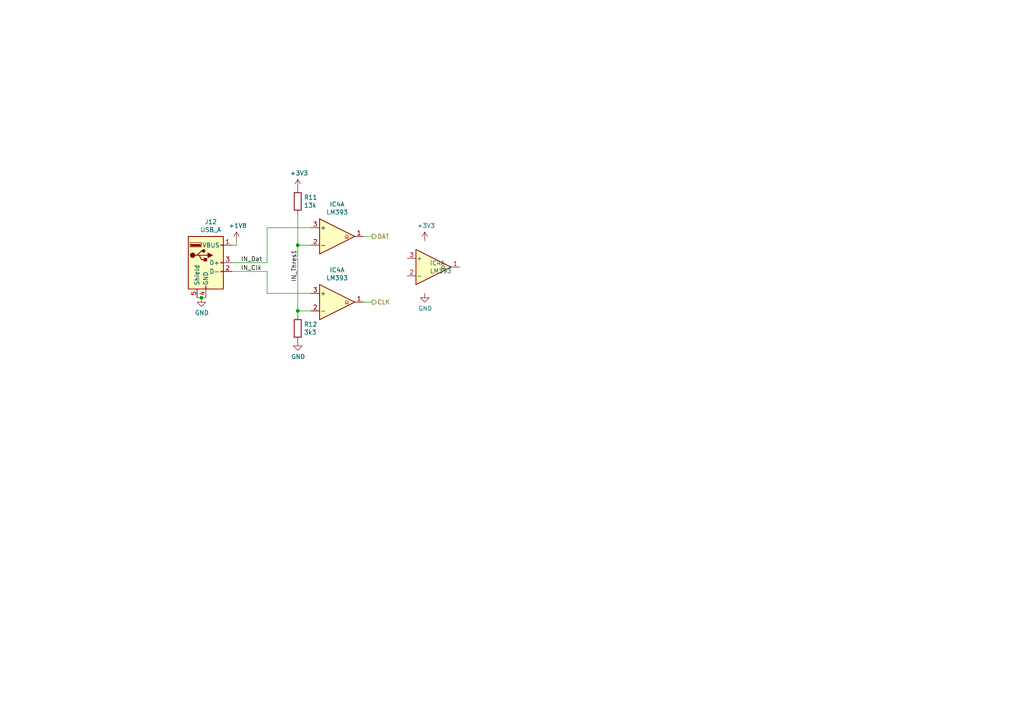
<source format=kicad_sch>
(kicad_sch (version 20211123) (generator eeschema)
  (paper "A4")
  (lib_symbols
    (symbol "Comparator:LM393" (pin_names (offset 0.127))
      (property "Reference" "U" (at 3.81 3.81 0))
      (property "Value" "LM393" (at 6.35 -3.81 0))
      (symbol "LM393_1_1"
        (polyline (pts (xy -5.08 5.08) (xy 5.08 0) (xy -5.08 -5.08) (xy -5.08 5.08)) (stroke (width 0.254)) (fill (type background)))
        (polyline (pts (xy 3.302 -0.508) (xy 2.794 -0.508) (xy 3.302 0) (xy 2.794 0.508) (xy 2.286 0) (xy 2.794 -0.508) (xy 2.286 -0.508)) (stroke (width 0.127)))
        (pin open_collector line (at 7.62 0 180) (length 2.54) (name "~") (number "1"))
        (pin input line (at -7.62 -2.54 0) (length 2.54) (name "-") (number "2"))
        (pin input line (at -7.62 2.54 0) (length 2.54) (name "+") (number "3"))
      )
      (symbol "LM393_2_1"
        (polyline (pts (xy -5.08 5.08) (xy 5.08 0) (xy -5.08 -5.08) (xy -5.08 5.08)) (stroke (width 0.254)) (fill (type background)))
        (polyline (pts (xy 3.302 -0.508) (xy 2.794 -0.508) (xy 3.302 0) (xy 2.794 0.508) (xy 2.286 0) (xy 2.794 -0.508) (xy 2.286 -0.508)) (stroke (width 0.127)))
        (pin input line (at -7.62 2.54 0) (length 2.54) (name "+") (number "5"))
        (pin input line (at -7.62 -2.54 0) (length 2.54) (name "_") (number "6"))
        (pin open_collector line (at 7.62 0 180) (length 2.54) (name "~") (number "7"))
      )
      (symbol "LM393_3_1"
        (pin power_in line (at -2.54 -7.62 90) (length 3.81) (name "V-") (number "4"))
        (pin power_in line (at -2.54 7.62 270) (length 3.81) (name "V+") (number "8"))
      )
    )
    (symbol "Device:R" (pin_numbers hide) (pin_names (offset 0))
      (property "Reference" "R" (at 2.032 0 90))
      (property "Value" "R" (at 0 0 90))
      (symbol "R_0_1"
        (rectangle (start -1.016 -2.54) (end 1.016 2.54) (stroke (width 0.254)))
      )
      (symbol "R_1_1"
        (pin passive line (at 0 3.81 270) (length 1.27) (name "~") (number "1"))
        (pin passive line (at 0 -3.81 90) (length 1.27) (name "~") (number "2"))
      )
    )
    (symbol "lathecontrol_stm32-rescue:USB_A-Connector" (pin_names (offset 1.016))
      (property "Reference" "J" (at -5.08 11.43 0))
      (property "Value" "lathecontrol_stm32-rescue_USB_A-Connector" (at -5.08 8.89 0))
      (symbol "USB_A-Connector_0_1"
        (rectangle (start -5.08 -7.62) (end 5.08 7.62) (stroke (width 0.254)) (fill (type background)))
        (circle (center -3.81 2.159) (radius 0.635) (stroke (width 0.254)) (fill (type outline)))
        (rectangle (start -1.524 4.826) (end -4.318 5.334) (fill (type outline)))
        (rectangle (start -1.27 4.572) (end -4.572 5.842))
        (circle (center -0.635 3.429) (radius 0.381) (stroke (width 0.254)) (fill (type outline)))
        (rectangle (start -0.127 -7.62) (end 0.127 -6.858))
        (polyline (pts (xy -3.175 2.159) (xy -2.54 2.159) (xy -1.27 3.429) (xy -0.635 3.429)) (stroke (width 0.254)))
        (polyline (pts (xy -2.54 2.159) (xy -1.905 2.159) (xy -1.27 0.889) (xy 0 0.889)) (stroke (width 0.254)))
        (polyline (pts (xy 0.635 2.794) (xy 0.635 1.524) (xy 1.905 2.159) (xy 0.635 2.794)) (stroke (width 0.254)) (fill (type outline)))
        (rectangle (start 0.254 1.27) (end -0.508 0.508) (stroke (width 0.254)) (fill (type outline)))
        (rectangle (start 5.08 -2.667) (end 4.318 -2.413))
        (rectangle (start 5.08 -0.127) (end 4.318 0.127))
        (rectangle (start 5.08 4.953) (end 4.318 5.207))
      )
      (symbol "USB_A-Connector_1_1"
        (polyline (pts (xy -1.905 2.159) (xy 0.635 2.159)) (stroke (width 0.254)))
        (pin power_in line (at 7.62 5.08 180) (length 2.54) (name "VBUS") (number "1"))
        (pin bidirectional line (at 7.62 -2.54 180) (length 2.54) (name "D-") (number "2"))
        (pin bidirectional line (at 7.62 0 180) (length 2.54) (name "D+") (number "3"))
        (pin power_in line (at 0 -10.16 90) (length 2.54) (name "GND") (number "4"))
        (pin passive line (at -2.54 -10.16 90) (length 2.54) (name "Shield") (number "5"))
      )
    )
    (symbol "power:+1V8" (power) (pin_names (offset 0))
      (property "Value" "+1V8" (at 0 3.556 0))
      (symbol "+1V8_0_1"
        (polyline (pts (xy -0.762 1.27) (xy 0 2.54)))
        (polyline (pts (xy 0 0) (xy 0 2.54)))
        (polyline (pts (xy 0 2.54) (xy 0.762 1.27)))
      )
      (symbol "+1V8_1_1"
        (pin power_in line (at 0 0 90) (length 0) hide (name "+1V8") (number "1"))
      )
    )
    (symbol "power:+3.3V" (power) (pin_names (offset 0))
      (property "Value" "+3.3V" (at 0 3.556 0))
      (symbol "+3.3V_0_1"
        (polyline (pts (xy -0.762 1.27) (xy 0 2.54)))
        (polyline (pts (xy 0 0) (xy 0 2.54)))
        (polyline (pts (xy 0 2.54) (xy 0.762 1.27)))
      )
      (symbol "+3.3V_1_1"
        (pin power_in line (at 0 0 90) (length 0) hide (name "+3V3") (number "1"))
      )
    )
    (symbol "power:GND" (power) (pin_names (offset 0))
      (property "Value" "GND" (at 0 -3.81 0))
      (symbol "GND_0_1"
        (polyline (pts (xy 0 0) (xy 0 -1.27) (xy 1.27 -1.27) (xy 0 -2.54) (xy -1.27 -1.27) (xy 0 -1.27)))
      )
      (symbol "GND_1_1"
        (pin power_in line (at 0 0 270) (length 0) hide (name "GND") (number "1"))
      )
    )
  )
  (junction (at 86.36 90.17))
  (junction (at 58.42 86.36))
  (junction (at 86.36 71.12))
  (wire (pts (xy 105.41 68.58) (xy 107.95 68.58)))
  (wire (pts (xy 86.36 71.12) (xy 86.36 90.17)))
  (wire (pts (xy 77.47 66.04) (xy 90.17 66.04)))
  (wire (pts (xy 68.58 71.12) (xy 68.58 69.85)))
  (wire (pts (xy 67.31 78.74) (xy 77.47 78.74)))
  (wire (pts (xy 77.47 85.09) (xy 77.47 78.74)))
  (wire (pts (xy 58.42 86.36) (xy 59.69 86.36)))
  (wire (pts (xy 57.15 86.36) (xy 58.42 86.36)))
  (wire (pts (xy 77.47 66.04) (xy 77.47 76.2)))
  (wire (pts (xy 67.31 71.12) (xy 68.58 71.12)))
  (wire (pts (xy 105.41 87.63) (xy 107.95 87.63)))
  (wire (pts (xy 86.36 71.12) (xy 90.17 71.12)))
  (wire (pts (xy 86.36 90.17) (xy 86.36 91.44)))
  (wire (pts (xy 67.31 76.2) (xy 77.47 76.2)))
  (wire (pts (xy 77.47 85.09) (xy 90.17 85.09)))
  (wire (pts (xy 86.36 90.17) (xy 90.17 90.17)))
  (wire (pts (xy 86.36 62.23) (xy 86.36 71.12)))
  (label "IN_Clk" (at 69.85 78.74 0))
  (label "IN_Dat" (at 69.85 76.2 0))
  (label "IN_Thres1" (at 86.36 72.39 270))
  (hierarchical_label "CLK" (shape output) (at 107.95 87.63 0))
  (hierarchical_label "DAT" (shape output) (at 107.95 68.58 0))
  (symbol (lib_id "Comparator:LM393") (at 97.79 87.63 0)
    (property "Reference" "IC4" (at 97.79 78.3082 0))
    (property "Value" "LM393" (at 97.79 80.6196 0))
    (property "Footprint" "Package_SO:SOIC-8_3.9x4.9mm_P1.27mm" (effects hide))
    (property "Datasheet" "https://datasheet.lcsc.com/szlcsc/ON-Semicon-ON-LM393DR2G_C7955.pdf" (effects hide))
  )
  (symbol (lib_id "Comparator:LM393") (at 97.79 68.58 0)
    (property "Reference" "IC4" (at 97.79 59.2582 0))
    (property "Value" "LM393" (at 97.79 61.5696 0))
    (property "Footprint" "Package_SO:SOIC-8_3.9x4.9mm_P1.27mm" (effects hide))
    (property "Datasheet" "https://datasheet.lcsc.com/szlcsc/ON-Semicon-ON-LM393DR2G_C7955.pdf" (effects hide))
    (property "LCSC" "C7955" (effects hide))
  )
  (symbol (lib_id "Comparator:LM393") (at 125.73 77.47 0)
    (property "Reference" "IC4" (at 124.6632 76.3016 0) (effects (justify left)))
    (property "Value" "LM393" (at 124.6632 78.613 0) (effects (justify left)))
    (property "Footprint" "Package_SO:SOIC-8_3.9x4.9mm_P1.27mm" (effects hide))
    (property "Datasheet" "https://datasheet.lcsc.com/szlcsc/ON-Semicon-ON-LM393DR2G_C7955.pdf" (effects hide))
  )
  (symbol (lib_id "power:GND") (at 123.19 85.09 0)
    (property "Reference" "#PWR066" (effects hide))
    (property "Value" "GND" (at 123.317 89.4842 0))
  )
  (symbol (lib_id "lathecontrol_stm32-rescue:USB_A-Connector") (at 59.69 76.2 0)
    (property "Reference" "J12" (at 61.1378 64.3382 0))
    (property "Value" "USB_A" (at 61.1378 66.6496 0))
    (property "Footprint" "Lathecontrol_STM32:USB_A_Upright_C26235" (effects hide))
    (property "Datasheet" "https://datasheet.lcsc.com/szlcsc/1811131821_Jing-Extension-of-the-Electronic-Co-C26235_C26235.pdf" (effects hide))
    (property "LCSC" "C26235" (effects hide))
  )
  (symbol (lib_id "power:GND") (at 58.42 86.36 0)
    (property "Reference" "#PWR061" (effects hide))
    (property "Value" "GND" (at 58.547 90.7542 0))
  )
  (symbol (lib_id "power:+1V8") (at 68.58 69.85 0)
    (property "Reference" "#PWR062" (effects hide))
    (property "Value" "+1V8" (at 68.961 65.4558 0))
  )
  (symbol (lib_id "power:+3.3V") (at 123.19 69.85 0)
    (property "Reference" "#PWR065" (effects hide))
    (property "Value" "+3.3V" (at 123.571 65.4558 0))
  )
  (symbol (lib_id "Device:R") (at 86.36 58.42 0)
    (property "Reference" "R11" (at 88.138 57.2516 0) (effects (justify left)))
    (property "Value" "13k" (at 88.138 59.563 0) (effects (justify left)))
    (property "Footprint" "Resistor_SMD:R_0603_1608Metric" (effects hide))
    (property "LCSC" "C22797" (effects hide))
  )
  (symbol (lib_id "Device:R") (at 86.36 95.25 0)
    (property "Reference" "R12" (at 88.138 94.0816 0) (effects (justify left)))
    (property "Value" "3k3" (at 88.138 96.393 0) (effects (justify left)))
    (property "Footprint" "Resistor_SMD:R_0603_1608Metric" (effects hide))
    (property "LCSC" "C22978" (effects hide))
  )
  (symbol (lib_id "power:+3.3V") (at 86.36 54.61 0)
    (property "Reference" "#PWR063" (effects hide))
    (property "Value" "+3.3V" (at 86.741 50.2158 0))
  )
  (symbol (lib_id "power:GND") (at 86.36 99.06 0)
    (property "Reference" "#PWR064" (effects hide))
    (property "Value" "GND" (at 86.487 103.4542 0))
  )
)
</source>
